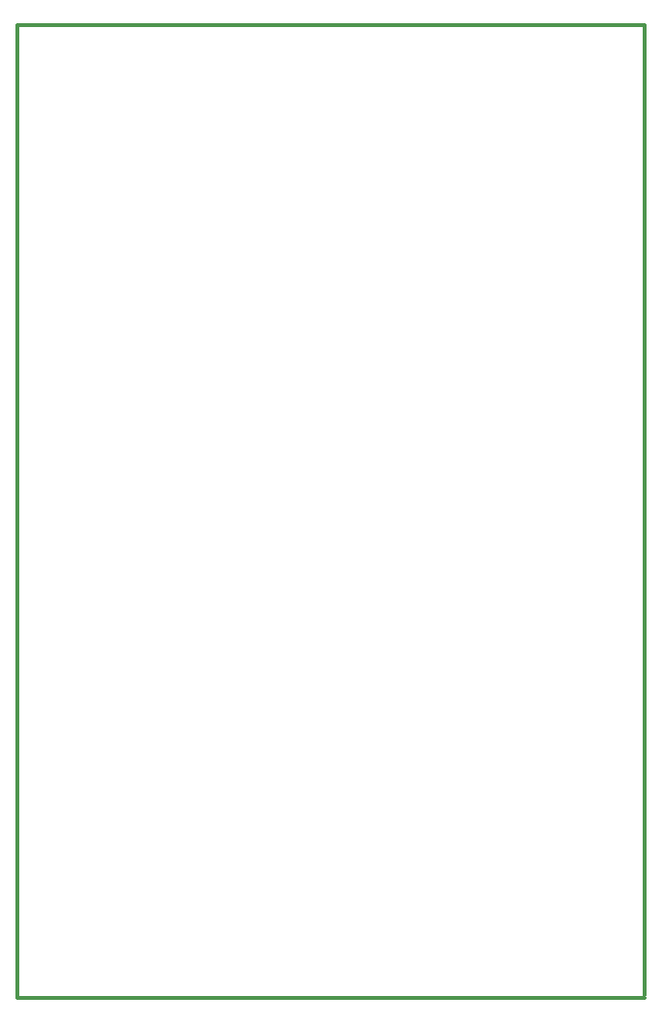
<source format=gko>
G04*
G04 #@! TF.GenerationSoftware,Altium Limited,Altium Designer,21.0.9 (235)*
G04*
G04 Layer_Color=16711935*
%FSTAX24Y24*%
%MOIN*%
G70*
G04*
G04 #@! TF.SameCoordinates,7FC3A568-097F-4849-A274-7F7CC5E3089F*
G04*
G04*
G04 #@! TF.FilePolarity,Positive*
G04*
G01*
G75*
%ADD15C,0.0118*%
D15*
X029528Y047333D02*
X051171D01*
X029528D02*
X029528Y01378D01*
X051171Y047333D02*
X051171Y013868D01*
X029518Y01378D02*
X051171D01*
M02*

</source>
